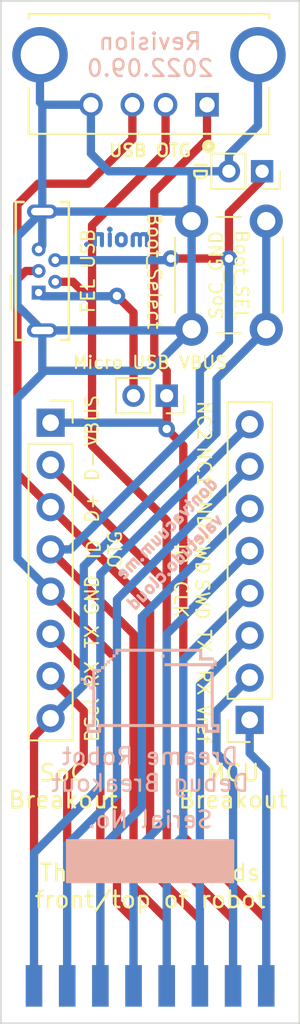
<source format=kicad_pcb>
(kicad_pcb (version 20211014) (generator pcbnew)
  (layers (0 "F.Cu" signal) (31 "B.Cu" signal) (34 "B.Paste" user) (35 "F.Paste" user) (36 "B.SilkS" user "B.Silkscreen") (37 "F.SilkS" user "F.Silkscreen") (38 "B.Mask" user) (39 "F.Mask" user) (44 "Edge.Cuts" user))
  (net 0 "")
  (net 1 "MCU_Vref")
  (net 2 "VBUS")
  (net 3 "MCU_RX")
  (net 4 "D-")
  (net 5 "MCU_TX")
  (net 6 "D+")
  (net 7 "MCU_SWCLK")
  (net 8 "MCU_SWDIO")
  (net 9 "SoC_TX")
  (net 10 "SoC_RX")
  (net 11 "Boot_SEL")
  (net 12 "USB_VBUS")
  (net 13 "SoC_USB_OTG_ID")
  (net 14 "MCU_NC1")
  (net 15 "MCU_NC2")
  (net 16 "SoC_GND")
  (net 17 "MCU_GND")
  (footprint "Connector_PinSocket_2.54mm:PinSocket_1x08_P2.54mm_Vertical" (layer "F.Cu") (at 65 82 180)
    (fp_text reference "J3" hide)
    (fp_text value "MCU Breakout" hide)
    (fp_line (start 1.33 -1.33) (end 1.33 0) (layer "F.SilkS") (width 0.12))
    (fp_line (start 1.33 1.27) (end 1.33 19.11) (layer "F.SilkS") (width 0.12))
    (fp_line (start -1.33 1.27) (end 1.33 1.27) (layer "F.SilkS") (width 0.12))
    (fp_line (start -1.33 1.27) (end -1.33 19.11) (layer "F.SilkS") (width 0.12))
    (fp_line (start -1.33 19.11) (end 1.33 19.11) (layer "F.SilkS") (width 0.12))
    (fp_line (start 0 -1.33) (end 1.33 -1.33) (layer "F.SilkS") (width 0.12))
    (pad "1" thru_hole rect (at 0 0 180) (size 1.7 1.7) (drill 1) (layers *.Cu *.Mask) (net 1 "MCU_Vref"))
    (pad "2" thru_hole oval (at 0 2.54 180) (size 1.7 1.7) (drill 1) (layers *.Cu *.Mask) (net 3 "MCU_RX"))
    (pad "3" thru_hole oval (at 0 5.08 180) (size 1.7 1.7) (drill 1) (layers *.Cu *.Mask) (net 5 "MCU_TX"))
    (pad "4" thru_hole oval (at 0 7.62 180) (size 1.7 1.7) (drill 1) (layers *.Cu *.Mask) (net 7 "MCU_SWCLK"))
    (pad "5" thru_hole oval (at 0 10.16 180) (size 1.7 1.7) (drill 1) (layers *.Cu *.Mask) (net 8 "MCU_SWDIO"))
    (pad "6" thru_hole oval (at 0 12.7 180) (size 1.7 1.7) (drill 1) (layers *.Cu *.Mask) (net 17 "MCU_GND"))
    (pad "7" thru_hole oval (at 0 15.24 180) (size 1.7 1.7) (drill 1) (layers *.Cu *.Mask) (net 14 "MCU_NC1"))
    (pad "8" thru_hole oval (at 0 17.78 180) (size 1.7 1.7) (drill 1) (layers *.Cu *.Mask) (net 15 "MCU_NC2"))
  )
  (footprint "Custom:ONSHORE_USB-A1VSB6" (layer "F.Cu") (at 58.93 42 180)
    (fp_text reference "J5" hide)
    (fp_text value "OTG_USB" hide)
    (fp_line (start -7.25 -2) (end -7.25 -4.75) (layer "F.SilkS") (width 0.127))
    (fp_line (start 7.25 2.15) (end 7.25 2.45) (layer "F.SilkS") (width 0.127))
    (fp_line (start -7.25 2.45) (end -7.25 2.15) (layer "F.SilkS") (width 0.127))
    (fp_line (start 7.25 2.45) (end -7.25 2.45) (layer "F.SilkS") (width 0.127))
    (fp_line (start -7.25 -4.75) (end 7.25 -4.75) (layer "F.SilkS") (width 0.127))
    (fp_line (start 7.25 -4.75) (end 7.25 -2) (layer "F.SilkS") (width 0.127))
    (fp_circle (center -3.6 -5.5) (end -3.5 -5.5) (layer "F.SilkS") (width 0.3) (fill none))
    (pad "1" thru_hole rect (at -3.5 -3 180) (size 1.428 1.428) (drill 0.92) (layers *.Cu *.Mask) (net 2 "VBUS"))
    (pad "2" thru_hole circle (at -1 -3 180) (size 1.428 1.428) (drill 0.92) (layers *.Cu *.Mask) (net 4 "D-"))
    (pad "3" thru_hole circle (at 1 -3 180) (size 1.428 1.428) (drill 0.92) (layers *.Cu *.Mask) (net 6 "D+"))
    (pad "4" thru_hole circle (at 3.5 -3 180) (size 1.428 1.428) (drill 0.92) (layers *.Cu *.Mask) (net 16 "SoC_GND"))
    (pad "S1" thru_hole circle (at -6.57 0 180) (size 3.346 3.346) (drill 2.33) (layers *.Cu *.Mask) (net 16 "SoC_GND"))
    (pad "S2" thru_hole circle (at 6.57 0 180) (size 3.346 3.346) (drill 2.33) (layers *.Cu *.Mask) (net 16 "SoC_GND"))
  )
  (footprint "Connector_PinSocket_2.00mm:PinSocket_1x02_P2.00mm_Vertical" (layer "F.Cu") (at 65.75 49 -90)
    (fp_text reference "JP2" hide)
    (fp_text value "JP_USB_OTG_ID" hide)
    (fp_line (start 1.06 1) (end 1.06 3.06) (layer "F.SilkS") (width 0.12))
    (fp_line (start -1.06 1) (end 1.06 1) (layer "F.SilkS") (width 0.12))
    (fp_line (start -1.06 3.06) (end 1.06 3.06) (layer "F.SilkS") (width 0.12))
    (fp_line (start 1.06 -1.06) (end 1.06 0) (layer "F.SilkS") (width 0.12))
    (fp_line (start 0 -1.06) (end 1.06 -1.06) (layer "F.SilkS") (width 0.12))
    (fp_line (start -1.06 1) (end -1.06 3.06) (layer "F.SilkS") (width 0.12))
    (pad "1" thru_hole rect (at 0 0 270) (size 1.35 1.35) (drill 0.8) (layers *.Cu *.Mask) (net 13 "SoC_USB_OTG_ID"))
    (pad "2" thru_hole oval (at 0 2 270) (size 1.35 1.35) (drill 0.8) (layers *.Cu *.Mask) (net 16 "SoC_GND"))
  )
  (footprint "Connector_PinSocket_2.00mm:PinSocket_1x02_P2.00mm_Vertical" (layer "F.Cu") (at 60 62.5 -90)
    (fp_text reference "JP1" hide)
    (fp_text value "JP_USB_VBUS" hide)
    (fp_line (start -1.06 3.06) (end 1.06 3.06) (layer "F.SilkS") (width 0.12))
    (fp_line (start -1.06 1) (end -1.06 3.06) (layer "F.SilkS") (width 0.12))
    (fp_line (start 0 -1.06) (end 1.06 -1.06) (layer "F.SilkS") (width 0.12))
    (fp_line (start -1.06 1) (end 1.06 1) (layer "F.SilkS") (width 0.12))
    (fp_line (start 1.06 -1.06) (end 1.06 0) (layer "F.SilkS") (width 0.12))
    (fp_line (start 1.06 1) (end 1.06 3.06) (layer "F.SilkS") (width 0.12))
    (pad "1" thru_hole rect (at 0 0 270) (size 1.35 1.35) (drill 0.8) (layers *.Cu *.Mask) (net 2 "VBUS"))
    (pad "2" thru_hole oval (at 0 2 270) (size 1.35 1.35) (drill 0.8) (layers *.Cu *.Mask) (net 12 "USB_VBUS"))
  )
  (footprint "Custom:DGI_8_SMDPADS" (layer "F.Cu") (at 59 98)
    (fp_text reference "J1.1" hide)
    (fp_text value "To Robot SoC" hide)
    (pad "1" smd rect (at -7 0) (size 1 2.5) (layers "F.Cu" "F.Paste" "F.Mask") (net 11 "Boot_SEL"))
    (pad "2" smd rect (at -5 0) (size 1 2.5) (layers "F.Cu" "F.Paste" "F.Mask") (net 10 "SoC_RX"))
    (pad "3" smd rect (at -3 0) (size 1 2.5) (layers "F.Cu" "F.Paste" "F.Mask") (net 9 "SoC_TX"))
    (pad "4" smd rect (at -1 0) (size 1 2.5) (layers "F.Cu" "F.Paste" "F.Mask") (net 16 "SoC_GND"))
    (pad "5" smd rect (at 1 0) (size 1 2.5) (layers "F.Cu" "F.Paste" "F.Mask") (net 13 "SoC_USB_OTG_ID"))
    (pad "6" smd rect (at 3 0) (size 1 2.5) (layers "F.Cu" "F.Paste" "F.Mask") (net 6 "D+"))
    (pad "7" smd rect (at 5 0) (size 1 2.5) (layers "F.Cu" "F.Paste" "F.Mask") (net 4 "D-"))
    (pad "8" smd rect (at 7 0) (size 1 2.5) (layers "F.Cu" "F.Paste" "F.Mask") (net 2 "VBUS"))
  )
  (footprint "Connector_PinSocket_2.54mm:PinSocket_1x08_P2.54mm_Vertical" (layer "F.Cu") (at 53 64.125)
    (fp_text reference "J2" hide)
    (fp_text value "SoC Breakout" hide)
    (fp_line (start 1.33 -1.33) (end 1.33 0) (layer "F.SilkS") (width 0.12))
    (fp_line (start -1.33 19.11) (end 1.33 19.11) (layer "F.SilkS") (width 0.12))
    (fp_line (start -1.33 1.27) (end 1.33 1.27) (layer "F.SilkS") (width 0.12))
    (fp_line (start 1.33 1.27) (end 1.33 19.11) (layer "F.SilkS") (width 0.12))
    (fp_line (start -1.33 1.27) (end -1.33 19.11) (layer "F.SilkS") (width 0.12))
    (fp_line (start 0 -1.33) (end 1.33 -1.33) (layer "F.SilkS") (width 0.12))
    (pad "1" thru_hole rect (at 0 0) (size 1.7 1.7) (drill 1) (layers *.Cu *.Mask) (net 2 "VBUS"))
    (pad "2" thru_hole oval (at 0 2.54) (size 1.7 1.7) (drill 1) (layers *.Cu *.Mask) (net 4 "D-"))
    (pad "3" thru_hole oval (at 0 5.08) (size 1.7 1.7) (drill 1) (layers *.Cu *.Mask) (net 6 "D+"))
    (pad "4" thru_hole oval (at 0 7.62) (size 1.7 1.7) (drill 1) (layers *.Cu *.Mask) (net 13 "SoC_USB_OTG_ID"))
    (pad "5" thru_hole oval (at 0 10.16) (size 1.7 1.7) (drill 1) (layers *.Cu *.Mask) (net 16 "SoC_GND"))
    (pad "6" thru_hole oval (at 0 12.7) (size 1.7 1.7) (drill 1) (layers *.Cu *.Mask) (net 9 "SoC_TX"))
    (pad "7" thru_hole oval (at 0 15.24) (size 1.7 1.7) (drill 1) (layers *.Cu *.Mask) (net 10 "SoC_RX"))
    (pad "8" thru_hole oval (at 0 17.78) (size 1.7 1.7) (drill 1) (layers *.Cu *.Mask) (net 11 "Boot_SEL"))
  )
  (footprint "Connector_USB:USB_Micro-B_Wuerth_614105150721_Vertical" (layer "F.Cu") (at 52.28 56.3 90)
    (fp_text reference "J4" hide)
    (fp_text value "SoC_FEL_USB" hide)
    (fp_line (start -2.85 1.82) (end 5.45 1.82) (layer "F.SilkS") (width 0.15))
    (fp_line (start -2.85 1.345) (end -2.85 1.82) (layer "F.SilkS") (width 0.15))
    (fp_line (start -2.85 -1.38) (end 5.45 -1.38) (layer "F.SilkS") (width 0.15))
    (fp_line (start 5.45 1.82) (end 5.45 1.345) (layer "F.SilkS") (width 0.15))
    (fp_line (start -1 -1.68) (end 1 -1.68) (layer "F.SilkS") (width 0.15))
    (fp_line (start -2.85 -0.905) (end -2.85 -1.38) (layer "F.SilkS") (width 0.15))
    (fp_line (start 5.45 -1.38) (end 5.45 -0.905) (layer "F.SilkS") (width 0.15))
    (pad "1" thru_hole rect (at 0 0 90) (size 0.84 0.84) (drill 0.44) (layers *.Cu *.Mask) (net 12 "USB_VBUS"))
    (pad "2" thru_hole circle (at 0.65 1 90) (size 0.84 0.84) (drill 0.44) (layers *.Cu *.Mask) (net 4 "D-"))
    (pad "3" thru_hole circle (at 1.3 0 90) (size 0.84 0.84) (drill 0.44) (layers *.Cu *.Mask) (net 6 "D+"))
    (pad "4" thru_hole circle (at 1.95 1 90) (size 0.84 0.84) (drill 0.44) (layers *.Cu *.Mask) (net 13 "SoC_USB_OTG_ID"))
    (pad "5" thru_hole circle (at 2.6 0 90) (size 0.84 0.84) (drill 0.44) (layers *.Cu *.Mask) (net 16 "SoC_GND"))
    (pad "6" thru_hole oval (at -2.275 0.22 90) (size 0.85 1.85) (drill oval 0.45 1.35) (layers *.Cu *.Mask) (net 16 "SoC_GND"))
    (pad "6" thru_hole oval (at 4.875 0.22 90) (size 0.85 1.85) (drill oval 0.45 1.35) (layers *.Cu *.Mask) (net 16 "SoC_GND"))
  )
  (footprint "Button_Switch_THT:SW_PUSH_6mm" (layer "F.Cu") (at 61.5 58.5 90)
    (fp_text reference "SW1" hide)
    (fp_text value "SoC_Boot_SEL_BTN" hide)
    (fp_line (start -0.25 1.5) (end -0.25 3) (layer "F.SilkS") (width 0.12))
    (fp_line (start 1 5.5) (end 5.5 5.5) (layer "F.SilkS") (width 0.12))
    (fp_line (start 6.75 3) (end 6.75 1.5) (layer "F.SilkS") (width 0.12))
    (fp_line (start 5.5 -1) (end 1 -1) (layer "F.SilkS") (width 0.12))
    (pad "1" thru_hole circle (at 6.5 0 180) (size 2 2) (drill 1.1) (layers *.Cu *.Mask) (net 16 "SoC_GND"))
    (pad "1" thru_hole circle (at 0 0 180) (size 2 2) (drill 1.1) (layers *.Cu *.Mask) (net 16 "SoC_GND"))
    (pad "2" thru_hole circle (at 0 4.5 180) (size 2 2) (drill 1.1) (layers *.Cu *.Mask) (net 11 "Boot_SEL"))
    (pad "2" thru_hole circle (at 6.5 4.5 180) (size 2 2) (drill 1.1) (layers *.Cu *.Mask) (net 11 "Boot_SEL"))
  )
  (footprint "Custom:DGI_8_SMDPADS" (layer "B.Cu") (at 59 98 180)
    (fp_text reference "J1.2" hide)
    (fp_text value "To Robot MCU" hide)
    (pad "1" smd rect (at -7 0 180) (size 1 2.5) (layers "B.Cu" "B.Paste" "B.Mask") (net 1 "MCU_Vref"))
    (pad "2" smd rect (at -5 0 180) (size 1 2.5) (layers "B.Cu" "B.Paste" "B.Mask") (net 3 "MCU_RX"))
    (pad "3" smd rect (at -3 0 180) (size 1 2.5) (layers "B.Cu" "B.Paste" "B.Mask") (net 5 "MCU_TX"))
    (pad "4" smd rect (at -1 0 180) (size 1 2.5) (layers "B.Cu" "B.Paste" "B.Mask") (net 7 "MCU_SWCLK"))
    (pad "5" smd rect (at 1 0 180) (size 1 2.5) (layers "B.Cu" "B.Paste" "B.Mask") (net 8 "MCU_SWDIO"))
    (pad "6" smd rect (at 3 0 180) (size 1 2.5) (layers "B.Cu" "B.Paste" "B.Mask") (net 17 "MCU_GND"))
    (pad "7" smd rect (at 5 0 180) (size 1 2.5) (layers "B.Cu" "B.Paste" "B.Mask") (net 14 "MCU_NC1"))
    (pad "8" smd rect (at 7 0 180) (size 1 2.5) (layers "B.Cu" "B.Paste" "B.Mask") (net 15 "MCU_NC2"))
  )
  (footprint "Custom:valetudog" (layer "B.Cu") (at 59 80.25 180)
    (fp_text reference "G***" hide)
    (fp_text value "LOGO" hide)
    (fp_poly (pts (xy 2.264229 1.8288) (xy 2.264229 2.002972) (xy 2.4384 2.002972) (xy 2.4384 1.8288) (xy 2.264229 1.8288)) (layer "B.SilkS") (width 0.01) (fill solid))
    (fp_poly (pts (xy 1.915886 2.177143) (xy 1.915886 2.351315) (xy -2.960914 2.351315) (xy -2.960914 1.8288) (xy -3.831771 1.8288) (xy -3.831771 2.002972) (xy -3.135085 2.002972) (xy -3.135085 2.525486) (xy 2.090057 2.525486) (xy 2.090057 2.177143) (xy 1.915886 2.177143)) (layer "B.SilkS") (width 0.01) (fill solid))
    (fp_poly (pts (xy 3.6576 0.087086) (xy 3.483429 0.087086) (xy 3.483429 -2.002971) (xy 3.831772 -2.002971) (xy 3.831772 -2.525485) (xy 2.960915 -2.525485) (xy 2.960915 -2.177143) (xy -3.309257 -2.177143) (xy -3.309257 -2.525485) (xy -4.180114 -2.525485) (xy -4.180114 -2.002971) (xy -3.831771 -2.002971) (xy -3.831771 1.132115) (xy -3.6576 1.132115) (xy -3.6576 -2.177143) (xy -4.005943 -2.177143) (xy -4.005943 -2.351314) (xy -3.483428 -2.351314) (xy -3.483428 -2.002971) (xy 3.135086 -2.002971) (xy 3.135086 -2.351314) (xy 3.6576 -2.351314) (xy 3.6576 -2.177143) (xy 3.309257 -2.177143) (xy 3.309257 1.132115) (xy 2.960915 1.132115) (xy 2.960915 1.306286) (xy 3.483429 1.306286) (xy 3.483429 0.261257) (xy 3.6576 0.261257) (xy 3.6576 0.087086)) (layer "B.SilkS") (width 0.01) (fill solid))
    (fp_poly (pts (xy 2.786743 1.306286) (xy 2.786743 1.480457) (xy 2.960915 1.480457) (xy 2.960915 1.306286) (xy 2.786743 1.306286)) (layer "B.SilkS") (width 0.01) (fill solid))
    (fp_poly (pts (xy -3.831771 1.654629) (xy -0.870857 1.654629) (xy -0.870857 1.480457) (xy -3.6576 1.480457) (xy -3.6576 1.306286) (xy -3.831771 1.306286) (xy -3.831771 1.480457) (xy -4.005943 1.480457) (xy -4.005943 1.8288) (xy -3.831771 1.8288) (xy -3.831771 1.654629)) (layer "B.SilkS") (width 0.01) (fill solid))
    (fp_poly (pts (xy 4.005943 0.435429) (xy 3.831772 0.435429) (xy 3.831772 0.6096) (xy 4.005943 0.6096) (xy 4.005943 0.435429)) (layer "B.SilkS") (width 0.01) (fill solid))
    (fp_poly (pts (xy -0.696685 2.002972) (xy -0.870857 2.002972) (xy -0.870857 2.177143) (xy -0.696685 2.177143) (xy -0.696685 2.002972)) (layer "B.SilkS") (width 0.01) (fill solid))
    (fp_poly (pts (xy 2.612572 1.480457) (xy 2.612572 1.654629) (xy 2.786743 1.654629) (xy 2.786743 1.480457) (xy 2.612572 1.480457)) (layer "B.SilkS") (width 0.01) (fill solid))
    (fp_poly (pts (xy 4.005943 0.783772) (xy 4.180115 0.783772) (xy 4.180115 0.6096) (xy 4.005943 0.6096) (xy 4.005943 0.783772)) (layer "B.SilkS") (width 0.01) (fill solid))
    (fp_poly (pts (xy 3.831772 0.261257) (xy 3.6576 0.261257) (xy 3.6576 0.435429) (xy 3.831772 0.435429) (xy 3.831772 0.261257)) (layer "B.SilkS") (width 0.01) (fill solid))
    (fp_poly (pts (xy 2.4384 1.654629) (xy 2.4384 1.8288) (xy 2.612572 1.8288) (xy 2.612572 1.654629) (xy 2.4384 1.654629)) (layer "B.SilkS") (width 0.01) (fill solid))
    (fp_poly (pts (xy 2.090057 2.002972) (xy 2.090057 2.177143) (xy 2.264229 2.177143) (xy 2.264229 2.002972) (xy 2.090057 2.002972)) (layer "B.SilkS") (width 0.01) (fill solid))
  )
  (gr_rect (start 54 91.75) (end 64 89.25) (layer "B.SilkS") (width 0.15) (fill solid))
  (gr_rect (start 50 100.25) (end 68 38.75) (layer "Edge.Cuts") (width 0.1) (fill none))
  (gr_text "moin." (at 57 53) (layer "B.Cu") (effects (font (size 1 1) (thickness 0.25)) (justify mirror)))
  (gr_text "Dreame Robot\nDebug Breakout" (at 59 85) (layer "B.SilkS") (effects (font (size 1 1)) (justify mirror)))
  (gr_text "dontvacuum.me" (at 60 70.5 45) (layer "B.SilkS") (effects (font (size 0.7 0.7) (thickness 0.175)) (justify mirror)))
  (gr_text "valetudo.cloud" (at 60.5 72.5 45) (layer "B.SilkS") (effects (font (size 0.7 0.7) (thickness 0.175)) (justify mirror)))
  (gr_text "Serial No." (at 59 88) (layer "B.SilkS") (effects (font (size 1 1)) (justify mirror)))
  (gr_text "Revision\n2022.09.0" (at 59 42) (layer "B.SilkS") (effects (font (size 1 1)) (justify mirror)))
  (gr_text "USB OTG" (at 59 47.75) (layer "F.SilkS") (effects (font (size 0.75 0.75))))
  (gr_text "This side towards\nfront/top of robot" (at 59 92) (layer "F.SilkS") (effects (font (size 1 1))))
  (gr_text "NC1" (at 62.25 66.75 270) (layer "F.SilkS") (effects (font (size 0.8 0.8) (thickness 0.12))))
  (gr_text "ID\nOTG" (at 56.25 71.75 90) (layer "F.SilkS") (effects (font (size 0.8 0.8) (thickness 0.12))))
  (gr_text "BSel" (at 55.5 82 90) (layer "F.SilkS") (effects (font (size 0.8 0.8) (thickness 0.12))))
  (gr_text "GND" (at 62.25 69.25 270) (layer "F.SilkS") (effects (font (size 0.8 0.8) (thickness 0.12))))
  (gr_text "TX" (at 62.25 77.25 270) (layer "F.SilkS") (effects (font (size 0.8 0.8) (thickness 0.12))))
  (gr_text "SoC_GND" (at 63 55.25 90) (layer "F.SilkS") (effects (font (size 0.8 0.8) (thickness 0.12))))
  (gr_text "D+" (at 55.5 69.25 90) (layer "F.SilkS") (effects (font (size 0.8 0.8) (thickness 0.12))))
  (gr_text "Boot_Select" (at 59.25 55 270) (layer "F.SilkS") (effects (font (size 0.8 0.8) (thickness 0.12))))
  (gr_text "NC2" (at 62.25 64 270) (layer "F.SilkS") (effects (font (size 0.8 0.8) (thickness 0.12))))
  (gr_text "RX" (at 55.5 79.25 90) (layer "F.SilkS") (effects (font (size 0.8 0.8) (thickness 0.12))))
  (gr_text "VBUS" (at 55.5 64 90) (layer "F.SilkS") (effects (font (size 0.8 0.8) (thickness 0.12))))
  (gr_text "Vref" (at 62.25 82.25 270) (layer "F.SilkS") (effects (font (size 0.8 0.8) (thickness 0.12))))
  (gr_text "D-\n" (at 55.5 66.75 90) (layer "F.SilkS") (effects (font (size 0.8 0.8) (thickness 0.12))))
  (gr_text "MCU\nBreakout" (at 64 86) (layer "F.SilkS") (effects (font (size 1 1))))
  (gr_text "SWD\nCLK" (at 61.5 74.75 270) (layer "F.SilkS") (effects (font (size 0.8 0.8) (thickness 0.12))))
  (gr_text "Boot_SEL" (at 64.5 55.25 270) (layer "F.SilkS") (effects (font (size 0.8 0.8) (thickness 0.12))))
  (gr_text "ID" (at 62 49 270) (layer "F.SilkS") (effects (font (size 0.75 0.75))))
  (gr_text "Micro USB VBUS" (at 59 60.5) (layer "F.SilkS") (effects (font (size 0.75 0.75) (thickness 0.125))))
  (gr_text "SoC\nBreakout" (at 53.75 86) (layer "F.SilkS") (effects (font (size 1 1))))
  (gr_text "TX" (at 55.5 77 90) (layer "F.SilkS") (effects (font (size 0.8 0.8) (thickness 0.12))))
  (gr_text "RX" (at 62.25 79.75 270) (layer "F.SilkS") (effects (font (size 0.8 0.8) (thickness 0.12))))
  (gr_text "FEL USB" (at 55.25 55 90) (layer "F.SilkS") (effects (font (size 0.8 0.8) (thickness 0.12))))
  (gr_text "GND" (at 55.5 74.5 90) (layer "F.SilkS") (effects (font (size 0.8 0.8) (thickness 0.12))))
  (gr_text "SWD\nIO" (at 61.5 72 270) (layer "F.SilkS") (effects (font (size 0.8 0.8) (thickness 0.12))))
  (segment (start 66 85) (end 66 98) (width 0.5) (layer "B.Cu") (net 1))
  (segment (start 65 84) (end 66 85) (width 0.5) (layer "B.Cu") (net 1))
  (segment (start 65 82) (end 65 84) (width 0.5) (layer "B.Cu") (net 1))
  (segment (start 66 94) (end 66 98) (width 0.5) (layer "F.Cu") (net 2))
  (segment (start 60 64.5) (end 60 62.5) (width 0.5) (layer "F.Cu") (net 2))
  (segment (start 60 64.5) (end 61 65.5) (width 0.5) (layer "F.Cu") (net 2))
  (segment (start 62.43 47.07) (end 62.43 45) (width 0.5) (layer "F.Cu") (net 2))
  (segment (start 60 61) (end 59.25 60.25) (width 0.5) (layer "F.Cu") (net 2))
  (segment (start 59.25 60.25) (end 59.25 50.25) (width 0.5) (layer "F.Cu") (net 2))
  (segment (start 59.25 50.25) (end 62.43 47.07) (width 0.5) (layer "F.Cu") (net 2))
  (segment (start 60 62.5) (end 60 61) (width 0.5) (layer "F.Cu") (net 2))
  (segment (start 61 65.5) (end 61 89) (width 0.5) (layer "F.Cu") (net 2))
  (segment (start 61 89) (end 66 94) (width 0.5) (layer "F.Cu") (net 2))
  (via (at 60 64.5) (size 1) (drill 0.5) (layers "F.Cu" "B.Cu") (net 2))
  (segment (start 60 64.5) (end 59.625 64.125) (width 0.5) (layer "B.Cu") (net 2))
  (segment (start 59.625 64.125) (end 53 64.125) (width 0.5) (layer "B.Cu") (net 2))
  (segment (start 64 85) (end 64 98) (width 0.5) (layer "B.Cu") (net 3))
  (segment (start 63 81.46) (end 63 84) (width 0.5) (layer "B.Cu") (net 3))
  (segment (start 65 79.46) (end 63 81.46) (width 0.5) (layer "B.Cu") (net 3))
  (segment (start 63 84) (end 64 85) (width 0.5) (layer "B.Cu") (net 3))
  (segment (start 60 90) (end 60 74) (width 0.5) (layer "F.Cu") (net 4))
  (segment (start 53.28 55.65) (end 54.35 55.65) (width 0.5) (layer "F.Cu") (net 4))
  (segment (start 59.93 47.82) (end 59.93 45) (width 0.5) (layer "F.Cu") (net 4))
  (segment (start 60 74) (end 60 73.76) (width 0.5) (layer "F.Cu") (net 4))
  (segment (start 60 73.76) (end 53 66.76) (width 0.5) (layer "F.Cu") (net 4))
  (segment (start 60 70) (end 55.5 65.5) (width 0.5) (layer "F.Cu") (net 4))
  (segment (start 55.5 65.5) (end 55.5 56.8) (width 0.5) (layer "F.Cu") (net 4))
  (segment (start 55.5 56.8) (end 55.5 52.25) (width 0.5) (layer "F.Cu") (net 4))
  (segment (start 55.5 52.25) (end 59.93 47.82) (width 0.5) (layer "F.Cu") (net 4))
  (segment (start 54.35 55.65) (end 55.5 56.8) (width 0.5) (layer "F.Cu") (net 4))
  (segment (start 64 94) (end 60 90) (width 0.5) (layer "F.Cu") (net 4))
  (segment (start 60 74) (end 60 70) (width 0.5) (layer "F.Cu") (net 4))
  (segment (start 64 98) (end 64 94) (width 0.5) (layer "F.Cu") (net 4))
  (segment (start 62 79.92) (end 62 98) (width 0.5) (layer "B.Cu") (net 5))
  (segment (start 65 76.92) (end 62 79.92) (width 0.5) (layer "B.Cu") (net 5))
  (segment (start 53 69.205) (end 59 75.205) (width 0.5) (layer "F.Cu") (net 6))
  (segment (start 51.5 55) (end 51 55.5) (width 0.5) (layer "F.Cu") (net 6))
  (segment (start 57.93 47.07) (end 57.93 45) (width 0.5) (layer "F.Cu") (net 6))
  (segment (start 52.25 49.75) (end 55.25 49.75) (width 0.5) (layer "F.Cu") (net 6))
  (segment (start 59 91) (end 62 94) (width 0.5) (layer "F.Cu") (net 6))
  (segment (start 51 51) (end 52.25 49.75) (width 0.5) (layer "F.Cu") (net 6))
  (segment (start 51 67.205) (end 51 56.28) (width 0.5) (layer "F.Cu") (net 6))
  (segment (start 53 69.205) (end 51 67.205) (width 0.5) (layer "F.Cu") (net 6))
  (segment (start 51 55.5) (end 51 51) (width 0.5) (layer "F.Cu") (net 6))
  (segment (start 59 75.205) (end 59 91) (width 0.5) (layer "F.Cu") (net 6))
  (segment (start 55.25 49.75) (end 57.93 47.07) (width 0.5) (layer "F.Cu") (net 6))
  (segment (start 52.28 55) (end 51.5 55) (width 0.5) (layer "F.Cu") (net 6))
  (segment (start 51 55.5) (end 51 56.28) (width 0.5) (layer "F.Cu") (net 6))
  (segment (start 62 94) (end 62 98) (width 0.5) (layer "F.Cu") (net 6))
  (segment (start 61 78.38) (end 65 74.38) (width 0.5) (layer "B.Cu") (net 7))
  (segment (start 60 98) (end 60 90) (width 0.5) (layer "B.Cu") (net 7))
  (segment (start 60 90) (end 61 89) (width 0.5) (layer "B.Cu") (net 7))
  (segment (start 61 89) (end 61 78.38) (width 0.5) (layer "B.Cu") (net 7))
  (segment (start 60 76.84) (end 65 71.84) (width 0.5) (layer "B.Cu") (net 8))
  (segment (start 58 98) (end 58 90) (width 0.5) (layer "B.Cu") (net 8))
  (segment (start 58 90) (end 60 88) (width 0.5) (layer "B.Cu") (net 8))
  (segment (start 60 88) (end 60 76.84) (width 0.5) (layer "B.Cu") (net 8))
  (segment (start 53 76.92) (end 56 79.92) (width 0.5) (layer "F.Cu") (net 9))
  (segment (start 56 79.92) (end 56 98) (width 0.5) (layer "F.Cu") (net 9))
  (segment (start 54 85.5) (end 55 84.5) (width 0.5) (layer "F.Cu") (net 10))
  (segment (start 53 79.46) (end 55 81.46) (width 0.5) (layer "F.Cu") (net 10))
  (segment (start 55 81.46) (end 55 84.5) (width 0.5) (layer "F.Cu") (net 10))
  (segment (start 54 98) (end 54 85.5) (width 0.5) (layer "F.Cu") (net 10))
  (segment (start 53 82) (end 52 83) (width 0.5) (layer "F.Cu") (net 11))
  (segment (start 52 83) (end 52 98) (width 0.5) (layer "F.Cu") (net 11))
  (segment (start 63 64.75) (end 63 61.5) (width 0.5) (layer "B.Cu") (net 11))
  (segment (start 66 58.5) (end 66 52) (width 0.5) (layer "B.Cu") (net 11))
  (segment (start 63 61.5) (end 66 58.5) (width 0.5) (layer "B.Cu") (net 11))
  (segment (start 55 72.75) (end 63 64.75) (width 0.5) (layer "B.Cu") (net 11))
  (segment (start 53 81.905) (end 55 79.905) (width 0.5) (layer "B.Cu") (net 11))
  (segment (start 55 79.905) (end 55 72.75) (width 0.5) (layer "B.Cu") (net 11))
  (segment (start 58 62.5) (end 58 57.5) (width 0.5) (layer "F.Cu") (net 12))
  (segment (start 58 57.5) (end 57 56.5) (width 0.5) (layer "F.Cu") (net 12))
  (via (at 57 56.5) (size 1) (drill 0.5) (layers "F.Cu" "B.Cu") (net 12))
  (segment (start 56.980489 56.519511) (end 52.499511 56.519511) (width 0.5) (layer "B.Cu") (net 12))
  (segment (start 52.499511 56.519511) (end 52.28 56.3) (width 0.5) (layer "B.Cu") (net 12))
  (segment (start 57 56.5) (end 56.980489 56.519511) (width 0.5) (layer "B.Cu") (net 12))
  (segment (start 58 92) (end 60 94) (width 0.5) (layer "F.Cu") (net 13))
  (segment (start 63.75 54.25) (end 61.5 54.25) (width 0.5) (layer "F.Cu") (net 13))
  (segment (start 61.5 54.25) (end 60.25 54.25) (width 0.5) (layer "F.Cu") (net 13))
  (segment (start 63.75 51.5) (end 65.75 49.5) (width 0.5) (layer "F.Cu") (net 13))
  (segment (start 58 76.84) (end 58 92) (width 0.5) (layer "F.Cu") (net 13))
  (segment (start 63.75 54.25) (end 63.75 51.5) (width 0.5) (layer "F.Cu") (net 13))
  (segment (start 53 71.84) (end 58 76.84) (width 0.5) (layer "F.Cu") (net 13))
  (segment (start 65.75 49.5) (end 65.75 49) (width 0.5) (layer "F.Cu") (net 13))
  (segment (start 60 94) (end 60 98) (width 0.5) (layer "F.Cu") (net 13))
  (via (at 63.75 54.25) (size 1) (drill 0.5) (layers "F.Cu" "B.Cu") (net 13))
  (via (at 60.25 54.25) (size 1) (drill 0.5) (layers "F.Cu" "B.Cu") (net 13))
  (segment (start 62 63.947081) (end 62 61.25) (width 0.5) (layer "B.Cu") (net 13))
  (segment (start 63.75 59.25) (end 63.75 54.25) (width 0.5) (layer "B.Cu") (net 13))
  (segment (start 62 61.25) (end 62 61) (width 0.5) (layer "B.Cu") (net 13))
  (segment (start 60.15 54.35) (end 53.28 54.35) (width 0.5) (layer "B.Cu") (net 13))
  (segment (start 53 71.745) (end 54.202081 71.745) (width 0.5) (layer "B.Cu") (net 13))
  (segment (start 62 61) (end 63.5 59.5) (width 0.5) (layer "B.Cu") (net 13))
  (segment (start 54.202081 71.745) (end 62 63.947081) (width 0.5) (layer "B.Cu") (net 13))
  (segment (start 63.5 59.5) (end 63.75 59.25) (width 0.5) (layer "B.Cu") (net 13))
  (segment (start 60.25 54.25) (end 60.15 54.35) (width 0.5) (layer "B.Cu") (net 13))
  (segment (start 57 86.5) (end 54 89.5) (width 0.5) (layer "B.Cu") (net 14))
  (segment (start 57 74.76) (end 57 86.5) (width 0.5) (layer "B.Cu") (net 14))
  (segment (start 54 89.5) (end 54 98) (width 0.5) (layer "B.Cu") (net 14))
  (segment (start 65 66.76) (end 57 74.76) (width 0.5) (layer "B.Cu") (net 14))
  (segment (start 56 73.22) (end 65 64.22) (width 0.5) (layer "B.Cu") (net 15))
  (segment (start 56 86) (end 56 78) (width 0.5) (layer "B.Cu") (net 15))
  (segment (start 52 90) (end 56 86) (width 0.5) (layer "B.Cu") (net 15))
  (segment (start 52 98) (end 52 90) (width 0.5) (layer "B.Cu") (net 15))
  (segment (start 56 78) (end 56 73.22) (width 0.5) (layer "B.Cu") (net 15))
  (segment (start 53 74.38) (end 57 78.38) (width 0.5) (layer "F.Cu") (net 16))
  (segment (start 58 94) (end 58 98) (width 0.5) (layer "F.Cu") (net 16))
  (segment (start 57 93) (end 58 94) (width 0.5) (layer "F.Cu") (net 16))
  (segment (start 57 78.38) (end 57 93) (width 0.5) (layer "F.Cu") (net 16))
  (segment (start 51 52.925) (end 51 57.075) (width 0.5) (layer "B.Cu") (net 16))
  (segment (start 63.75 49) (end 62.25 49) (width 0.5) (layer "B.Cu") (net 16))
  (segment (start 61.425 58.575) (end 61.5 58.5) (width 0.5) (layer "B.Cu") (net 16))
  (segment (start 59 61) (end 52.650978 61) (width 0.5) (layer "B.Cu") (net 16))
  (segment (start 52.5 51.425) (end 52.5 45) (width 0.5) (layer "B.Cu") (net 16))
  (segment (start 65.5 42) (end 65.5 46.25) (width 0.5) (layer "B.Cu") (net 16))
  (segment (start 52.650978 61) (end 51.825489 61.825489) (width 0.5) (layer "B.Cu") (net 16))
  (segment (start 60.925 51.425) (end 61.5 52) (width 0.5) (layer "B.Cu") (net 16))
  (segment (start 51 62.650978) (end 51 72.285) (width 0.5) (layer "B.Cu") (net 16))
  (segment (start 62.25 49) (end 61.5 49) (width 0.5) (layer "B.Cu") (net 16))
  (segment (start 52.5 51.425) (end 60.925 51.425) (width 0.5) (layer "B.Cu") (net 16))
  (segment (start 51 72.285) (end 53 74.285) (width 0.5) (layer "B.Cu") (net 16))
  (segment (start 61.5 52) (end 61.5 58.5) (width 0.5) (layer "B.Cu") (net 16))
  (segment (start 61.5 52) (end 61.5 49) (width 0.5) (layer "B.Cu") (net 16))
  (segment (start 52.5 61.150978) (end 51.825489 61.825489) (width 0.5) (layer "B.Cu") (net 16))
  (segment (start 56.5 49) (end 62.25 49) (width 0.5) (layer "B.Cu") (net 16))
  (segment (start 55.43 45) (end 52.5 45) (width 0.5) (layer "B.Cu") (net 16))
  (segment (start 55.43 47.93) (end 56.5 49) (width 0.5) (layer "B.Cu") (net 16))
  (segment (start 55.43 45) (end 55.43 47.93) (width 0.5) (layer "B.Cu") (net 16))
  (segment (start 52.5 51.425) (end 51 52.925) (width 0.5) (layer "B.Cu") (net 16))
  (segment (start 52.5 51.425) (end 52.5 53.48) (width 0.5) (layer "B.Cu") (net 16))
  (segment (start 65.5 46.25) (end 63.75 48) (width 0.5) (layer "B.Cu") (net 16))
  (segment (start 63.75 48) (end 63.75 49) (width 0.5) (layer "B.Cu") (net 16))
  (segment (start 52.5 53.48) (end 52.28 53.7) (width 0.5) (layer "B.Cu") (net 16))
  (segment (start 52.5 58.575) (end 61.425 58.575) (width 0.5) (layer "B.Cu") (net 16))
  (segment (start 51.825489 61.825489) (end 51 62.650978) (width 0.5) (layer "B.Cu") (net 16))
  (segment (start 52.36 44.86) (end 52.5 45) (width 0.5) (layer "B.Cu") (net 16))
  (segment (start 61.5 58.5) (end 59 61) (width 0.5) (layer "B.Cu") (net 16))
  (segment (start 52.36 42) (end 52.36 44.86) (width 0.5) (layer "B.Cu") (net 16))
  (segment (start 51 57.075) (end 52.5 58.575) (width 0.5) (layer "B.Cu") (net 16))
  (segment (start 52.5 58.575) (end 52.5 61.150978) (width 0.5) (layer "B.Cu") (net 16))
  (segment (start 56 89.75) (end 58.5 87.25) (width 0.5) (layer "B.Cu") (net 17))
  (segment (start 58.5 87.25) (end 58.5 75.8) (width 0.5) (layer "B.Cu") (net 17))
  (segment (start 58.5 75.8) (end 65 69.3) (width 0.5) (layer "B.Cu") (net 17))
  (segment (start 56 98) (end 56 89.75) (width 0.5) (layer "B.Cu") (net 17))
)
</source>
